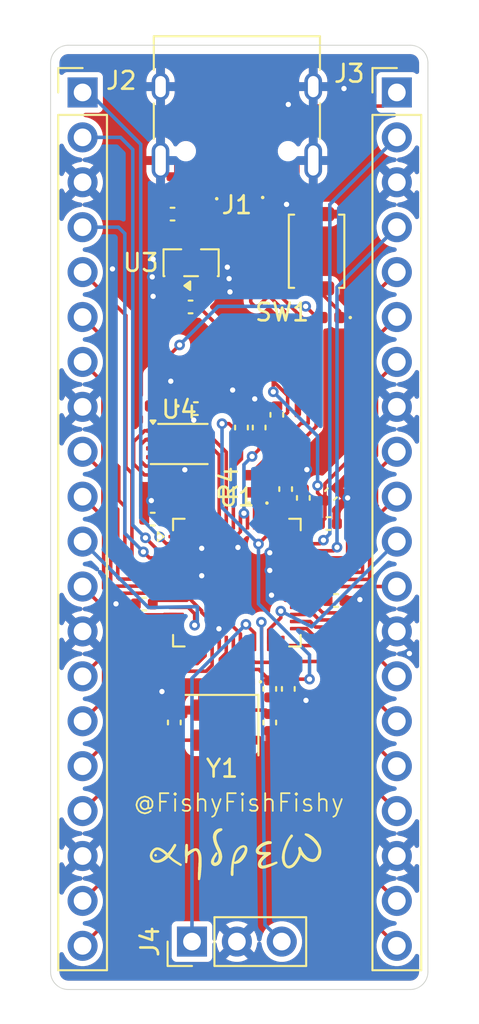
<source format=kicad_pcb>
(kicad_pcb (version 20241229) (generator "pcbnew") (generator_version "9.0")
  (layers (0 "F.Cu" signal) (2 "B.Cu" signal) (13 "F.Paste" user) (15 "B.Paste" user) (5 "F.SilkS" user "F.Silkscreen") (7 "B.SilkS" user "B.Silkscreen") (1 "F.Mask" user) (3 "B.Mask" user) (25 "Edge.Cuts" user))
  (net 0 "")
  (net 1 "+3V3")
  (net 2 "GND")
  (net 3 "+1V1")
  (net 4 "VBUS")
  (net 5 "XIN")
  (net 6 "Net-(C16-Pad2)")
  (net 7 "USBD+")
  (net 8 "Net-(J1-CC1)")
  (net 9 "USBD-")
  (net 10 "Net-(J1-CC2)")
  (net 11 "GPIO7")
  (net 12 "GPIO15")
  (net 13 "GPIO0")
  (net 14 "GPIO6")
  (net 15 "GPIO4")
  (net 16 "GPIO13")
  (net 17 "GPIO2")
  (net 18 "GPIO14")
  (net 19 "GPIO5")
  (net 20 "GPIO9")
  (net 21 "GPIO10")
  (net 22 "GPIO11")
  (net 23 "GPIO1")
  (net 24 "GPIO8")
  (net 25 "GPIO3")
  (net 26 "GPIO12")
  (net 27 "GPIO24")
  (net 28 "GPIO18")
  (net 29 "GPIO26{slash}ADC0")
  (net 30 "GPIO20")
  (net 31 "GPIO28{slash}ADC2")
  (net 32 "GPIO19")
  (net 33 "GPIO23")
  (net 34 "GPIO29{slash}ADC3")
  (net 35 "GPIO27{slash}ADC1")
  (net 36 "GPIO17")
  (net 37 "GPIO22")
  (net 38 "GPIO21")
  (net 39 "GPIO16")
  (net 40 "RUN")
  (net 41 "SWDIO")
  (net 42 "SWCLK")
  (net 43 "Net-(U1-USB_DM)")
  (net 44 "Net-(U1-USB_DP)")
  (net 45 "XOUT")
  (net 46 "QSPI_SS")
  (net 47 "Net-(R6-Pad1)")
  (net 48 "QSPI_SCLK")
  (net 49 "QSPI_SD0")
  (net 50 "QSPI_SD3")
  (net 52 "QSPI_SD2")
  (net 53 "QSPI_SD1")
  (footprint "Diode_SMD:D_0402_1005Metric" (layer "F.Cu") (at 129.7 33.97 -90)
    (property "Reference" "R2" (hide yes))
    (property "Value" "5.1k")
  )
  (footprint "Connector_PinHeader_2.54mm:PinHeader_1x20_P2.54mm_Vertical" (layer "F.Cu") (at 122.11 26.87)
    (property "Reference" "J2")
    (property "Value" "Conn_01x20")
  )
  (footprint "Diode_SMD:D_0402_1005Metric" (layer "F.Cu") (at 132.54 49 90)
    (property "Reference" "R3" (hide yes))
    (property "Value" "27")
  )
  (footprint "Capacitor_SMD:C_0402_1005Metric" (layer "F.Cu") (at 127.3 62.5 -90)
    (property "Reference" "C15" (hide yes))
    (property "Value" "33pF")
  )
  (footprint "Connector_PinHeader_2.54mm:PinHeader_1x20_P2.54mm_Vertical" (layer "F.Cu") (at 139.89 26.87)
    (property "Reference" "J3")
    (property "Value" "Conn_01x20")
  )
  (footprint "Capacitor_SMD:C_0402_1005Metric" (layer "F.Cu") (at 134.6 49.8 90)
    (property "Reference" "C5" (hide yes))
    (property "Value" "+0.1uF")
  )
  (footprint "Capacitor_SMD:C_0402_1005Metric" (layer "F.Cu") (at 133.6 49.3 90)
    (property "Reference" "C11" (hide yes))
    (property "Value" "+0.1uF")
  )
  (footprint "Crystal:Crystal_SMD_3225-4Pin_3.2x2.5mm" (layer "F.Cu") (at 130 62.65 180)
    (property "Reference" "Y1")
    (property "Value" "12 MHz")
  )
  (footprint "Capacitor_SMD:C_0402_1005Metric" (layer "F.Cu") (at 132.7 62.5 90)
    (property "Reference" "C16" (hide yes))
    (property "Value" "33pF")
  )
  (footprint "Capacitor_SMD:C_0402_1005Metric" (layer "F.Cu") (at 126.08 51 180)
    (property "Reference" "C9" (hide yes))
    (property "Value" "+0.1uF")
  )
  (footprint "Connector_USB:USB_C_Receptacle_HRO_TYPE-C-31-M-12" (layer "F.Cu") (at 130.84 27.59 180)
    (property "Reference" "J1")
    (property "Value" "USB_C_Receptacle_USB2.0_14P")
  )
  (footprint "Capacitor_SMD:C_0402_1005Metric" (layer "F.Cu") (at 125.6 55.8 180)
    (property "Reference" "C7" (hide yes))
    (property "Value" "+0.1uF")
  )
  (footprint "Capacitor_SMD:C_0402_1005Metric" (layer "F.Cu") (at 132.7 60.6 -90)
    (property "Reference" "C1" (hide yes))
    (property "Value" "+1uF")
  )
  (footprint "Diode_SMD:D_0402_1005Metric" (layer "F.Cu") (at 136.165 39.6 180)
    (property "Reference" "R6" (hide yes))
    (property "Value" "1k")
  )
  (footprint "Capacitor_SMD:C_0402_1005Metric" (layer "F.Cu") (at 132.1 45.82 90)
    (property "Reference" "C8" (hide yes))
    (property "Value" "+0.1uF")
  )
  (footprint "Diode_SMD:D_0402_1005Metric" (layer "F.Cu") (at 132.3 33.9 -90)
    (property "Reference" "R1" (hide yes))
    (property "Value" "5.1k")
  )
  (footprint "Diode_SMD:D_0402_1005Metric" (layer "F.Cu") (at 126.415 44.6 180)
    (property "Reference" "R7" (hide yes))
    (property "Value" "10k")
  )
  (footprint "Button_Switch_SMD:SW_Push_SPST_NO_Alps_SKRK" (layer "F.Cu") (at 135.35 35.85 -90)
    (property "Reference" "SW1")
    (property "Value" "SW_Push")
  )
  (footprint "Package_DFN_QFN:QFN-56-1EP_7x7mm_P0.4mm_EP3.2x3.2mm" (layer "F.Cu") (at 130.84 54.59)
    (property "Reference" "U1")
    (property "Value" "RP2040")
  )
  (footprint "Capacitor_SMD:C_0402_1005Metric" (layer "F.Cu") (at 128.52 44.75 180)
    (property "Reference" "C17" (hide yes))
    (property "Value" "0.1uF")
  )
  (footprint "Capacitor_SMD:C_0402_1005Metric" (layer "F.Cu") (at 133.1 45.1 90)
    (property "Reference" "C2" (hide yes))
    (property "Value" "+0.1uF")
  )
  (footprint "Capacitor_SMD:C_0402_1005Metric" (layer "F.Cu") (at 136.02 51.25)
    (property "Reference" "C4" (hide yes))
    (property "Value" "+0.1uF")
  )
  (footprint "Connector_PinHeader_2.54mm:PinHeader_1x03_P2.54mm_Vertical" (layer "F.Cu") (at 128.3 74.89 90)
    (property "Reference" "J4")
    (property "Value" "Conn_01x03")
  )
  (footprint "Capacitor_SMD:C_0402_1005Metric" (layer "F.Cu") (at 131.1 45.82 90)
    (property "Reference" "C12" (hide yes))
    (property "Value" "+0.1uF")
  )
  (footprint "Capacitor_SMD:C_0402_1005Metric" (layer "F.Cu") (at 133.75 60.6 -90)
    (property "Reference" "C10" (hide yes))
    (property "Value" "+1uF")
  )
  (footprint "Package_TO_SOT_SMD:SOT-23" (layer "F.Cu") (at 128.25 36.5 90)
    (property "Reference" "U3")
    (property "Value" "MCP1700x-330xxTT")
  )
  (footprint "Diode_SMD:D_0402_1005Metric" (layer "F.Cu") (at 131.54 49 90)
    (property "Reference" "R4")
    (property "Value" "27")
  )
  (footprint "Diode_SMD:D_0402_1005Metric" (layer "F.Cu") (at 131.085 60.2 180)
    (property "Reference" "R5" (hide yes))
    (property "Value" "1k")
  )
  (footprint "Package_SON:Winbond_USON-8-1EP_3x2mm_P0.5mm_EP0.2x1.6mm" (layer "F.Cu") (at 127.575 46.75)
    (property "Reference" "U4")
    (property "Value" "W25Q16JVSS")
  )
  (footprint "symbols:PCB_Signature" (layer "F.Cu") (at 130.794519 69.935836)
    (property "Reference" "G***" (hide yes))
    (property "Value" "LOGO" (hide yes))
  )
  (footprint "Capacitor_SMD:C_0402_1005Metric" (layer "F.Cu") (at 136.160589 49.589411 45)
    (property "Reference" "C3" (hide yes))
    (property "Value" "+0.1uF")
  )
  (footprint "Capacitor_SMD:C_0402_1005Metric" (layer "F.Cu") (at 136.45 55.6)
    (property "Reference" "C6" (hide yes))
    (property "Value" "+0.1uF")
  )
  (footprint "Capacitor_SMD:C_0402_1005Metric" (layer "F.Cu") (at 128.22 39 180)
    (property "Reference" "C14" (hide yes))
    (property "Value" "10uF")
  )
  (footprint "Capacitor_SMD:C_0402_1005Metric" (layer "F.Cu") (at 127.2 33.75 180)
    (property "Reference" "C13" (hide yes))
    (property "Value" "10uF")
  )
  (gr_arc (start 140.65 24.2) (mid 141.357107 24.492893) (end 141.65 25.2) (stroke (width 0.05)) (layer "Edge.Cuts"))
  (gr_line (start 120.3 76.6) (end 120.3 25.2) (stroke (width 0.05)) (layer "Edge.Cuts"))
  (gr_arc (start 141.65 76.6) (mid 141.357107 77.307107) (end 140.65 77.6) (stroke (width 0.05)) (layer "Edge.Cuts"))
  (gr_line (start 121.3 24.2) (end 140.65 24.2) (stroke (width 0.05)) (layer "Edge.Cuts"))
  (gr_line (start 140.65 77.6) (end 121.3 77.6) (stroke (width 0.05)) (layer "Edge.Cuts"))
  (gr_arc (start 120.3 25.2) (mid 120.592893 24.492893) (end 121.3 24.2) (stroke (width 0.05)) (layer "Edge.Cuts"))
  (gr_arc (start 121.3 77.6) (mid 120.592893 77.307107) (end 120.3 76.6) (stroke (width 0.05)) (layer "Edge.Cuts"))
  (gr_line (start 141.65 25.2) (end 141.65 76.6) (stroke (width 0.05)) (layer "Edge.Cuts"))
  (gr_text "@FishyFishFishy" (at 124.9 67.625223 0) (layer "F.SilkS") (effects (font (size 1 1) (thickness 0.1)) (justify left bottom)))
  (segment (start 129.125 56.55) (end 128.851 56.276) (width 0.2) (layer "F.Cu") (net 1))
  (segment (start 131.04 50.867325) (end 131.24 50.667325) (width 0.2) (layer "F.Cu") (net 1))
  (segment (start 128.851 56.1839) (end 128.1671 55.5) (width 0.2) (layer "F.Cu") (net 1))
  (segment (start 131.04 59.499) (end 131.041 59.5) (width 0.2) (layer "F.Cu") (net 1))
  (segment (start 135.71 55.59) (end 135.72 55.6) (width 0.2) (layer "F.Cu") (net 1))
  (segment (start 131.04 58.0275) (end 131.04 57.489943) (width 0.2) (layer "F.Cu") (net 1))
  (segment (start 137.91045 39.00955) (end 137.91045 46.91045) (width 0.2) (layer "F.Cu") (net 1))
  (segment (start 128.369 43.989) (end 127.511 43.989) (width 0.2) (layer "F.Cu") (net 1))
  (segment (start 132.448362 60.12) (end 132.7 60.12) (width 0.2) (layer "F.Cu") (net 1))
  (segment (start 134.2775 55.59) (end 135.96 55.59) (width 0.2) (layer "F.Cu") (net 1))
  (segment (start 132.1 46.3) (end 132.38 46.3) (width 0.2) (layer "F.Cu") (net 1))
  (segment (start 139.89 37.03) (end 137.91045 39.00955) (width 0.2) (layer "F.Cu") (net 1))
  (segment (start 132.08 59.5) (end 131.041 59.5) (width 0.2) (layer "F.Cu") (net 1))
  (segment (start 127.4025 51.8425) (end 126.56 51) (width 0.2) (layer "F.Cu") (net 1))
  (segment (start 133.7 52) (end 133.711 51.989) (width 0.2) (layer "F.Cu") (net 1))
  (segment (start 133.5 52) (end 133.7 52) (width 0.2) (layer "F.Cu") (net 1))
  (segment (start 129 44.75) (end 129 44.62) (width 0.2) (layer "F.Cu") (net 1))
  (segment (start 129 44.75) (end 130.450057 44.75) (width 0.2) (layer "F.Cu") (net 1))
  (segment (start 132.1 46.3) (end 132.1 47.054478) (width 0.2) (layer "F.Cu") (net 1))
  (segment (start 128.1671 55.5) (end 128.1 55.5) (width 0.2) (layer "F.Cu") (net 1))
  (segment (start 128.1 55.5) (end 128.2 55.4) (width 0.2) (layer "F.Cu") (net 1))
  (segment (start 132.9 43.3) (end 132.9 43.8) (width 0.2) (layer "F.Cu") (net 1))
  (segment (start 133.59 55.59) (end 133.5 55.5) (width 0.2) (layer "F.Cu") (net 1))
  (segment (start 134.6 50.28) (end 133.7275 51.1525) (width 0.2) (layer "F.Cu") (net 1))
  (segment (start 134.951178 49.928822) (end 134.6 50.28) (width 0.2) (layer "F.Cu") (net 1))
  (segment (start 128.01 55.59) (end 128.1 55.5) (width 0.2) (layer "F.Cu") (net 1))
  (segment (start 131.44 51.1525) (end 131.44 50.867325) (width 0.2) (layer "F.Cu") (net 1))
  (segment (start 128.2 51.99) (end 127.4025 51.99) (width 0.2) (layer "F.Cu") (net 1))
  (segment (start 131.44 50.867325) (end 131.24 50.667325) (width 0.2) (layer "F.Cu") (net 1))
  (segment (start 132.8 43.1) (end 132.95 43.25) (width 0.2) (layer "F.Cu") (net 1))
  (segment (start 133.5 55.5) (end 133.5 52) (width 0.2) (layer "F.Cu") (net 1))
  (segment (start 137.91045 46.91045) (end 135.821178 48.999722) (width 0.2) (layer "F.Cu") (net 1))
  (segment (start 133.711 44.011) (end 133.711 44.969) (width 0.2) (layer "F.Cu") (net 1))
  (segment (start 132.38 46.3) (end 133.1 45.58) (width 0.2) (layer "F.Cu") (net 1))
  (segment (start 132.7 60.12) (end 132.08 59.5) (width 0.2) (layer "F.Cu") (net 1))
  (segment (start 129.2 37.4375) (end 129.2 38.5) (width 0.2) (layer "F.Cu") (net 1))
  (segment (start 126.56 51) (end 126.56 51.1475) (width 0.2) (layer "F.Cu") (net 1))
  (segment (start 130.450057 44.75) (end 132.100057 43.1) (width 0.2) (layer "F.Cu") (net 1))
  (segment (start 135.821178 48.999722) (end 135.821178 49.928822) (width 0.2) (layer "F.Cu") (net 1))
  (segment (start 133.711 51.989) (end 134.2775 51.989) (width 0.2) (layer "F.Cu") (net 1))
  (segment (start 129 44.75) (end 129 46) (width 0.2) (layer "F.Cu") (net 1))
  (segment (start 128.7 39) (end 132.8 43.1) (width 0.2) (layer "F.Cu") (net 1))
  (segment (start 128.851 56.276) (end 128.851 56.1839) (width 0.2) (layer "F.Cu") (net 1))
  (segment (start 135.821178 49.928822) (end 135.821178 50.968822) (width 0.2) (layer "F.Cu") (net 1))
  (segment (start 127.4025 51.99) (end 127.4025 51.8425) (width 0.2) (layer "F.Cu") (net 1))
  (segment (start 127.4025 55.59) (end 126.29 55.59) (width 0.2) (layer "F.Cu") (net 1))
  (segment (start 133.711 44.969) (end 133.1 45.58) (width 0.2) (layer "F.Cu") (net 1))
  (segment (start 128.2 55.4) (end 128.2 51.99) (width 0.2) (layer "F.Cu") (net 1))
  (segment (start 129.2375 37.4) (end 129.2 37.4375) (width 0.2) (layer "F.Cu") (net 1))
  (segment (start 131.04 58.0275) (end 131.04 57.49) (width 0.2) (layer "F.Cu") (net 1))
  (segment (start 135.821178 50.968822) (end 135.54 51.25) (width 0.2) (layer "F.Cu") (net 1))
  (segment (start 131.04 51.1525) (end 131.04 50.867325) (width 0.2) (layer "F.Cu") (net 1))
  (segment (start 135.96 55.59) (end 135.97 55.6) (width 0.2) (layer "F.Cu") (net 1))
  (segment (start 131.04 51.1525) (end 131.04 51.710057) (width 0.2) (layer "F.Cu") (net 1))
  (segment (start 129.2 38.5) (end 128.7 39) (width 0.2) (layer "F.Cu") (net 1))
  (segment (start 135.0175 51.25) (end 134.2775 51.99) (width 0.2) (layer "F.Cu") (net 1))
  (segment (start 135.40551 49.09936) (end 135.40551 49.513154) (width 0.2) (layer "F.Cu") (net 1))
  (segment (start 132.95 43.25) (end 132.9 43.3) (width 0.2) (layer "F.Cu") (net 1))
  (segment (start 130.125 56.55) (end 129.125 56.55) (width 0.2) (layer "F.Cu") (net 1))
  (segment (start 135.40551 49.513154) (end 135.821178 49.928822) (width 0.2) (layer "F.Cu") (net 1))
  (segment (start 129 44.62) (end 128.369 43.989) (width 0.2) (layer "F.Cu") (net 1))
  (segment (start 131.04 57.49) (end 130.125 56.575) (width 0.2) (layer "F.Cu") (net 1))
  (segment (start 130.125 56.575) (end 130.125 56.55) (width 0.2) (layer "F.Cu") (net 1))
  (segment (start 132.1 47.054478) (end 131.7 47.454478) (width 0.2) (layer "F.Cu") (net 1))
  (segment (start 127.4025 55.59) (end 128.01 55.59) (width 0.2) (layer "F.Cu") (net 1))
  (segment (start 132.95 43.25) (end 133.711 44.011) (width 0.2) (layer "F.Cu") (net 1))
  (segment (start 135.821178 49.928822) (end 134.951178 49.928822) (width 0.2) (layer "F.Cu") (net 1))
  (segment (start 131.04 58.0275) (end 131.04 59.499) (width 0.2) (layer "F.Cu") (net 1))
  (segment (start 127.511 43.989) (end 126.9 44.6) (width 0.2) (layer "F.Cu") (net 1))
  (segment (start 126.29 55.59) (end 126.08 55.8) (width 0.2) (layer "F.Cu") (net 1))
  (segment (start 134.2775 55.59) (end 133.59 55.59) (width 0.2) (layer "F.Cu") (net 1))
  (segment (start 132.100057 43.1) (end 132.8 43.1) (width 0.2) (layer "F.Cu") (net 1))
  (segment (start 130.760057 51.99) (end 128.2 51.99) (width 0.2) (layer "F.Cu") (net 1))
  (segment (start 133.7275 51.1525) (end 133.041 51.1525) (width 0.2) (layer "F.Cu") (net 1))
  (segment (start 135.54 51.25) (end 135.0175 51.25) (width 0.2) (layer "F.Cu") (net 1))
  (segment (start 131.04 51.710057) (end 130.760057 51.99) (width 0.2) (layer "F.Cu") (net 1))
  (via (at 132.9 43.8) (size 0.6) (drill 0.3) (layers "F.Cu" "B.Cu") (net 1))
  (via (at 135.40551 49.09936) (size 0.6) (drill 0.3) (layers "F.Cu" "B.Cu") (net 1))
  (via (at 131.24 50.667325) (size 0.6) (drill 0.3) (layers "F.Cu" "B.Cu") (net 1))
  (via (at 131.7 47.454478) (size 0.6) (drill 0.3) (layers "F.Cu" "B.Cu") (net 1))
  (segment (start 131.24 47.914478) (end 131.24 50.667325) (width 0.2) (layer "B.Cu") (net 1))
  (segment (start 135.40551 46.30551) (end 135.40551 49.09936) (width 0.2) (layer "B.Cu") (net 1))
  (segment (start 131.7 47.454478) (end 131.24 47.914478) (width 0.2) (layer "B.Cu") (net 1))
  (segment (start 132.9 43.8) (end 135.40551 46.30551) (width 0.2) (layer "B.Cu") (net 1))
  (segment (start 134.6 48.4) (end 134.8 48.2) (width 0.2) (layer "F.Cu") (net 2))
  (segment (start 126.15 47.5) (end 126.823 47.5) (width 0.2) (layer "F.Cu") (net 2))
  (segment (start 124.04 55.75) (end 124 55.79) (width 0.2) (layer "F.Cu") (net 2))
  (segment (start 126.823 47.5) (end 127.531274 48.208274) (width 0.2) (layer "F.Cu") (net 2))
  (segment (start 134.09 32.76) (end 133.65 33.2) (width 0.2) (layer "F.Cu") (net 2))
  (segment (start 133.1 44.62) (end 132.82 44.62) (width 0.2) (layer "F.Cu") (net 2))
  (segment (start 125.12 55.8) (end 124.01 55.8) (width 0.2) (layer "F.Cu") (net 2))
  (segment (start 132.82 44.62) (end 132.1 45.34) (width 0.2) (layer "F.Cu") (net 2))
  (segment (start 132.27 44.62) (end 131.85 44.2) (width 0.2) (layer "F.Cu") (net 2))
  (segment (start 133.75 61.08) (end 134.58 61.08) (width 0.2) (layer "F.Cu") (net 2))
  (segment (start 128.9 61.8) (end 127.52 61.8) (width 0.2) (layer "F.Cu") (net 2))
  (segment (start 125.6 51) (end 125.6 50.35) (width 0.2) (layer "F.Cu") (net 2))
  (segment (start 132.7 61.08) (end 133.75 61.08) (width 0.2) (layer "F.Cu") (net 2))
  (segment (start 134.8 48.2) (end 134.55 47.95) (width 0.2) (layer "F.Cu") (net 2))
  (segment (start 133.1 44.62) (end 132.27 44.62) (width 0.2) (layer "F.Cu") (net 2))
  (segment (start 128.04 44.75) (end 128.04 45.04) (width 0.2) (layer "F.Cu") (net 2))
  (segment (start 136.5 50.406) (end 137.106 49.8) (width 0.2) (layer "F.Cu") (net 2))
  (segment (start 134.55 47.95) (end 133.95 47.95) (width 0.2) (layer "F.Cu") (net 2))
  (segment (start 133.6 48.3) (end 133.95 47.95) (width 0.2) (layer "F.Cu") (net 2))
  (segment (start 134.09 31.635) (end 134.09 32.76) (width 0.2) (layer "F.Cu") (net 2))
  (segment (start 134.6 49.32) (end 134.6 48.4) (width 0.2) (layer "F.Cu") (net 2))
  (segment (start 127.52 61.8) (end 127.3 62.02) (width 0.2) (layer "F.Cu") (net 2))
  (segment (start 127.531274 48.208274) (end 127.893947 48.208274) (width 0.2) (layer "F.Cu") (net 2))
  (segment (start 136.93 55.6) (end 137.75 55.6) (width 0.2) (layer "F.Cu") (net 2))
  (segment (start 124.01 55.8) (end 124 55.79) (width 0.2) (layer "F.Cu") (net 2))
  (segment (start 136.5 51.25) (end 136.5 50.406) (width 0.2) (layer "F.Cu") (net 2))
  (segment (start 129.825 57.2) (end 129.84 57.44) (width 0.2) (layer "F.Cu") (net 2))
  (segment (start 137.1 49.8) (end 137.106 49.8) (width 0.2) (layer "F.Cu") (net 2))
  (segment (start 131.1 45.34) (end 132.1 45.34) (width 0.2) (layer "F.Cu") (net 2))
  (segment (start 134.58 61.08) (end 134.75 61.25) (width 0.2) (layer "F.Cu") (net 2))
  (segment (start 124 55.75) (end 124 55.79) (width 0.2) (layer "F.Cu") (net 2))
  (segment (start 129.84 57.44) (end 129.84 58.0275) (width 0.2) (layer "F.Cu") (net 2))
  (segment (start 130.55 43.7) (end 130.6 43.7) (width 0.2) (layer "F.Cu") (net 2))
  (segment (start 137.75 55.6) (end 137.8 55.55) (width 0.2) (layer "F.Cu") (net 2))
  (segment (start 125.6 50.35) (end 126 49.95) (width 0.2) (layer "F.Cu") (net 2))
  (segment (start 128.04 45.04) (end 128.4 45.4) (width 0.2) (layer "F.Cu") (net 2))
  (segment (start 133.6 48.82) (end 133.6 48.3) (width 0.2) (layer "F.Cu") (net 2))
  (via (at 132.8 55.3) (size 0.6) (drill 0.3) (layers "F.Cu" "B.Cu") (net 2))
  (via (at 137.8 55.55) (size 0.6) (drill 0.3) (layers "F.Cu" "B.Cu") (net 2))
  (via (at 127.893947 48.208274) (size 0.6) (drill 0.3) (layers "F.Cu" "B.Cu") (net 2))
  (via (at 128.85 52.65) (size 0.6) (drill 0.3) (layers "F.Cu" "B.Cu") (net 2))
  (via (at 126 49.95) (size 0.6) (drill 0.3) (layers "F.Cu" "B.Cu") (net 2))
  (via (at 130.4 37.4) (size 0.6) (drill 0.3) (layers "F.Cu" "B.Cu") (net 2))
  (via (at 127.1 43.2) (size 0.6) (drill 0.3) (layers "F.Cu" "B.Cu") (net 2))
  (via (at 133.75 27.55) (size 0.6) (drill 0.3) (layers "F.Cu" "B.Cu") (net 2))
  (via (at 136.9 26.65) (size 0.6) (drill 0.3) (layers "F.Cu" "B.Cu") (net 2))
  (via (at 132.7 53.9) (size 0.6) (drill 0.3) (layers "F.Cu" "B.Cu") (net 2))
  (via (at 132.7 52.9) (size 0.6) (drill 0.3) (layers "F.Cu" "B.Cu") (net 2))
  (via (at 131.85 44.2) (size 0.6) (drill 0.3) (layers "F.Cu" "B.Cu") (net 2))
  (via (at 126.05 37.3) (size 0.6) (drill 0.3) (layers "F.Cu" "B.Cu") (net 2))
  (via (at 137.106 49.8) (size 0.6) (drill 0.3) (layers "F.Cu" "B.Cu") (net 2))
  (via (at 128.85 54.2) (size 0.6) (drill 0.3) (layers "F.Cu" "B.Cu") (net 2))
  (via (at 130.3 36.75) (size 0.6) (drill 0.3) (layers "F.Cu" "B.Cu") (net 2))
  (via (at 134.75 61.25) (size 0.6) (drill 0.3) (layers "F.Cu" "B.Cu") (net 2))
  (via (at 140.6 58.6) (size 0.6) (drill 0.3) (layers "F.Cu" "B.Cu") (net 2))
  (via (at 133.65 33.2) (size 0.6) (drill 0.3) (layers "F.Cu" "B.Cu") (net 2))
  (via (at 130.45 38.15) (size 0.6) (drill 0.3) (layers "F.Cu" "B.Cu") (net 2))
  (via (at 130.6 43.7) (size 0.6) (drill 0.3) (layers "F.Cu" "B.Cu") (net 2))
  (via (at 128.4 45.4) (size 0.6) (drill 0.3) (layers "F.Cu" "B.Cu") (net 2))
  (via (at 123.8 36.85) (size 0.6) (drill 0.3) (layers "F.Cu" "B.Cu") (net 2))
  (via (at 130.9 52.6) (size 0.6) (drill 0.3) (layers "F.Cu" "B.Cu") (net 2))
  (via (at 126.1 36.3) (size 0.6) (drill 0.3) (layers "F.Cu" "B.Cu") (net 2))
  (via (at 126.6 60.75) (size 0.6) (drill 0.3) (layers "F.Cu" "B.Cu") (net 2))
  (via (at 134.8 48.2) (size 0.6) (drill 0.3) (layers "F.Cu" "B.Cu") (net 2))
  (via (at 124 55.79) (size 0.6) (drill 0.3) (layers "F.Cu" "B.Cu") (net 2))
  (via (at 126.1 38.4) (size 0.6) (drill 0.3) (layers "F.Cu" "B.Cu") (net 2))
  (via (at 129.825 57.2) (size 0.6) (drill 0.3) (layers "F.Cu" "B.Cu") (net 2))
  (segment (start 133.22 49.78) (end 133.6 49.78) (width 0.2) (layer "F.Cu") (net 3))
  (segment (start 131.44 58.0275) (end 131.44 58.69) (width 0.2) (layer "F.Cu") (net 3))
  (segment (start 131.1 47.6) (end 131.1 46.3) (width 0.2) (layer "F.Cu") (net 3))
  (segment (start 132.64 50.36) (end 133.22 49.78) (width 0.2) (layer "F.Cu") (net 3))
  (segment (start 132.64 51.1525) (end 132.64 50.36) (width 0.2) (layer "F.Cu") (net 3))
  (segment (start 130.64 51.1525) (end 130.64 48.06) (width 0.2) (layer "F.Cu") (net 3))
  (segment (start 132.64 51.1525) (end 132.64 51.8277) (width 0.2) (layer "F.Cu") (net 3))
  (segment (start 133.82 60.05) (end 133.75 60.12) (width 0.2) (layer "F.Cu") (net 3))
  (segment (start 134.95 60.05) (end 133.82 60.05) (width 0.2) (layer "F.Cu") (net 3))
  (segment (start 132.64 51.8277) (end 132.063372 52.404328) (width 0.2) (layer "F.Cu") (net 3))
  (segment (start 130.64 48.06) (end 131.1 47.6) (width 0.2) (layer "F.Cu") (net 3))
  (segment (start 131.849 59.099) (end 132.729 59.099) (width 0.2) (layer "F.Cu") (net 3))
  (segment (start 132.729 59.099) (end 133.75 60.12) (width 0.2) (layer "F.Cu") (net 3))
  (segment (start 130.4 45.6) (end 131.1 46.3) (width 0.2) (layer "F.Cu") (net 3))
  (segment (start 131.44 58.69) (end 131.849 59.099) (width 0.2) (layer "F.Cu") (net 3))
  (segment (start 130 45.6) (end 130.4 45.6) (width 0.2) (layer "F.Cu") (net 3))
  (via (at 134.95 60.05) (size 0.6) (drill 0.3) (layers "F.Cu" "B.Cu") (net 3))
  (via (at 132.063372 52.404328) (size 0.6) (drill 0.3) (layers "F.Cu" "B.Cu") (net 3))
  (via (at 130 45.6) (size 0.6) (drill 0.3) (layers "F.Cu" "B.Cu") (net 3))
  (segment (start 130 50.340956) (end 130 45.6) (width 0.2) (layer "B.Cu") (net 3))
  (segment (start 132.063372 55.788315) (end 134.95 58.674943) (width 0.2) (layer "B.Cu") (net 3))
  (segment (start 132.063372 52.404328) (end 130 50.340956) (width 0.2) (layer "B.Cu") (net 3))
  (segment (start 134.95 58.674943) (end 134.95 60.05) (width 0.2) (layer "B.Cu") (net 3))
  (segment (start 132.063372 52.404328) (end 132.063372 55.788315) (width 0.2) (layer "B.Cu") (net 3))
  (segment (start 135.322992 27.641) (end 133.054 29.909992) (width 0.2) (layer "F.Cu") (net 4))
  (segment (start 139.89 26.87) (end 139.119 27.641) (width 0.2) (layer "F.Cu") (net 4))
  (segment (start 127.68 33.75) (end 127.68 34.9925) (width 0.2) (layer "F.Cu") (net 4))
  (segment (start 128.39 33.04) (end 128.39 31.635) (width 0.2) (layer "F.Cu") (net 4))
  (segment (start 127.68 33.75) (end 128.39 33.04) (width 0.2) (layer "F.Cu") (net 4))
  (segment (start 133.054 29.909992) (end 133.054 31.399) (width 0.2) (layer "F.Cu") (net 4))
  (segment (start 139.119 27.641) (end 135.322992 27.641) (width 0.2) (layer "F.Cu") (net 4))
  (segment (start 133.054 31.399) (end 133.29 31.635) (width 0.2) (layer "F.Cu") (net 4))
  (segment (start 128.39 30.71) (end 128.39 31.635) (width 0.2) (layer "F.Cu") (net 4))
  (segment (start 133.054 29.909992) (end 129.190008 29.909992) (width 0.2) (layer "F.Cu") (net 4))
  (segment (start 129.190008 29.909992) (end 128.39 30.71) (width 0.2) (layer "F.Cu") (net 4))
  (segment (start 127.68 34.9925) (end 128.25 35.5625) (width 0.2) (layer "F.Cu") (net 4))
  (segment (start 128.9 63.5) (end 129.904 62.496) (width 0.2) (layer "F.Cu") (net 5))
  (segment (start 127.82 63.5) (end 127.3 62.98) (width 0.2) (layer "F.Cu") (net 5))
  (segment (start 129.904 62.496) (end 129.904 58.898774) (width 0.2) (layer "F.Cu") (net 5))
  (segment (start 129.904 58.898774) (end 130.24 58.562774) (width 0.2) (layer "F.Cu") (net 5))
  (segment (start 130.24 58.562774) (end 130.24 58.0275) (width 0.2) (layer "F.Cu") (net 5))
  (segment (start 128.9 63.5) (end 127.82 63.5) (width 0.2) (layer "F.Cu") (net 5))
  (segment (start 131.1 61.8) (end 131.1 60.67) (width 0.2) (layer "F.Cu") (net 6))
  (segment (start 131.1 60.67) (end 131.57 60.2) (width 0.2) (layer "F.Cu") (net 6))
  (segment (start 132.48 61.8) (end 132.7 62.02) (width 0.2) (layer "F.Cu") (net 6))
  (segment (start 131.1 61.8) (end 132.48 61.8) (width 0.2) (layer "F.Cu") (net 6))
  (segment (start 131.09 31.635) (end 131.09 32.612) (width 0.2) (layer "F.Cu") (net 7))
  (segment (start 132.474436 38.532046) (end 132.114543 38.891936) (width 0.2) (layer "F.Cu") (net 7))
  (segment (start 131.654098 37.372296) (end 131.115 36.833198) (width 0.2) (layer "F.Cu") (net 7))
  (segment (start 131.09 32.722501) (end 131.09 31.635) (width 0.2) (layer "F.Cu") (net 7))
  (segment (start 131.54 48.515) (end 134.475 45.58) (width 0.2) (layer "F.Cu") (net 7))
  (segment (start 134.875 40.593198) (end 132.813848 38.532046) (width 0.2) (layer "F.Cu") (net 7))
  (segment (start 131.115 32.747501) (end 131.09 32.722501) (width 0.2) (layer "F.Cu") (net 7))
  (segment (start 132.05017 37.768368) (end 131.965319 37.683517) (width 0.2) (layer "F.Cu") (net 7))
  (segment (start 131.965319 37.683517) (end 131.654098 37.372296) (width 0.2) (layer "F.Cu") (net 7))
  (segment (start 131.115 36.833198) (end 131.115 32.747501) (width 0.2) (layer "F.Cu") (net 7))
  (segment (start 131.041 32.661) (end 130.139 32.661) (width 0.2) (layer "F.Cu") (net 7))
  (segment (start 131.775131 38.891936) (end 131.690278 38.807083) (width 0.2) (layer "F.Cu") (net 7))
  (segment (start 131.690278 38.467671) (end 132.05017 38.10778) (width 0.2) (layer "F.Cu") (net 7))
  (segment (start 134.475 45.58) (end 134.875 45.58) (width 0.2) (layer "F.Cu") (net 7))
  (segment (start 134.875 45.58) (end 134.875 40.593198) (width 0.2) (layer "F.Cu") (net 7))
  (segment (start 130.09 32.612) (end 130.09 31.635) (width 0.2) (layer "F.Cu") (net 7))
  (segment (start 130.139 32.661) (end 130.09 32.612) (width 0.2) (layer "F.Cu") (net 7))
  (arc (start 131.690278 38.807083) (mid 131.619984 38.637378) (end 131.690278 38.467671) (width 0.2) (layer "F.Cu") (net 7))
  (arc (start 132.813848 38.532046) (mid 132.644141 38.46175) (end 132.474436 38.532046) (width 0.2) (layer "F.Cu") (net 7))
  (arc (start 132.05017 38.10778) (mid 132.120464 37.938073) (end 132.05017 37.768368) (width 0.2) (layer "F.Cu") (net 7))
  (arc (start 132.114543 38.891936) (mid 131.944838 38.962232) (end 131.775131 38.891936) (width 0.2) (layer "F.Cu") (net 7))
  (segment (start 132.3 33.415) (end 132.09 33.205) (width 0.2) (layer "F.Cu") (net 8))
  (segment (start 132.09 33.205) (end 132.09 31.635) (width 0.2) (layer "F.Cu") (net 8))
  (segment (start 131.541 30.609) (end 130.641 30.609) (width 0.2) (layer "F.Cu") (net 9))
  (segment (start 131.565 32.747501) (end 131.59 32.722501) (width 0.2) (layer "F.Cu") (net 9))
  (segment (start 135.325 43.768598) (end 135.325 43.174664) (width 0.2) (layer "F.Cu") (net 9))
  (segment (start 130.641 30.609) (end 130.59 30.66) (width 0.2) (layer "F.Cu") (net 9))
  (segment (start 131.565 36.646802) (end 131.565 32.747501) (width 0.2) (layer "F.Cu") (net 9))
  (segment (start 135.325 40.406802) (end 131.565 36.646802) (width 0.2) (layer "F.Cu") (net 9))
  (segment (start 131.59 31.635) (end 131.59 30.658) (width 0.2) (layer "F.Cu") (net 9))
  (segment (start 134.39345 46.689) (end 134.402397 46.689) (width 0.2) (layer "F.Cu") (net 9))
  (segment (start 135.325 45.766397) (end 135.325 43.768598) (width 0.2) (layer "F.Cu") (net 9))
  (segment (start 130.59 30.66) (end 130.59 31.635) (width 0.2) (layer "F.Cu") (net 9))
  (segment (start 132.54 48.515) (end 132.576397 48.515) (width 0.2) (layer "F.Cu") (net 9))
  (segment (start 132.576397 48.515) (end 134.402397 46.689) (width 0.2) (layer "F.Cu") (net 9))
  (segment (start 134.402397 46.689) (end 135.325 45.766397) (width 0.2) (layer "F.Cu") (net 9))
  (segment (start 131.59 32.722501) (end 131.59 31.635) (width 0.2) (layer "F.Cu") (net 9))
  (segment (start 131.59 30.658) (end 131.541 30.609) (width 0.2) (layer "F.Cu") (net 9))
  (segment (start 135.325 43.174664) (end 135.325 40.406802) (width 0.2) (layer "F.Cu") (net 9))
  (segment (start 129.7 33.485) (end 129.09 32.875) (width 0.2) (layer "F.Cu") (net 10))
  (segment (start 129.09 32.875) (end 129.09 31.635) (width 0.2) (layer "F.Cu") (net 10))
  (segment (start 127.4025 55.19) (end 123.59 55.19) (width 0.2) (layer "F.Cu") (net 11))
  (segment (start 123.3 50.92) (end 122.11 49.73) (width 0.2) (layer "F.Cu") (net 11))
  (segment (start 123.3 54.9) (end 123.3 50.92) (width 0.2) (layer "F.Cu") (net 11))
  (segment (start 123.59 55.19) (end 123.3 54.9) (width 0.2) (layer "F.Cu") (net 11))
  (segment (start 125.2 60) (end 125.2 72.04) (width 0.2) (layer "F.Cu") (net 12))
  (segment (start 129.44 59.26) (end 129.1 59.6) (width 0.2) (layer "F.Cu") (net 12))
  (segment (start 129.1 59.6) (end 125.6 59.6) (width 0.2) (layer "F.Cu") (net 12))
  (segment (start 125.2 72.04) (end 122.11 75.13) (width 0.2) (layer "F.Cu") (net 12))
  (segment (start 129.44 58.0275) (end 129.44 59.26) (width 0.2) (layer "F.Cu") (net 12))
  (segment (start 125.6 59.6) (end 125.2 60) (width 0.2) (layer "F.Cu") (net 12))
  (segment (start 127.4025 52.39) (end 126.851041 52.39) (width 0.2) (layer "F.Cu") (net 13))
  (segment (start 126.851041 52.39) (end 126.465 52.003959) (width 0.2) (layer "F.Cu") (net 13))
  (via (at 126.465 52.003959) (size 0.6) (drill 0.3) (layers "F.Cu" "B.Cu") (net 13))
  (segment (start 126.465 52.003959) (end 125.4 50.938959) (width 0.2) (layer "B.Cu") (net 13))
  (segment (start 125.4 50.938959) (end 125.4 29.8) (width 0.2) (layer "B.Cu") (net 13))
  (segment (start 125.4 29.8) (end 122.47 26.87) (width 0.2) (layer "B.Cu") (net 13))
  (segment (start 122.47 26.87) (end 122.11 26.87) (width 0.2) (layer "B.Cu") (net 13))
  (segment (start 122.11 47.19) (end 123.261 48.341) (width 0.2) (layer "F.Cu") (net 14))
  (segment (start 123.261 50.3139) (end 123.7 50.7529) (width 0.2) (layer "F.Cu") (net 14))
  (segment (start 123.7 54.7) (end 123.79 54.79) (width 0.2) (layer "F.Cu") (net 14))
  (segment (start 123.261 48.341) (end 123.261 50.3139) (width 0.2) (layer "F.Cu") (net 14))
  (segment (start 123.79 54.79) (end 127.4025 54.79) (width 0.2) (layer "F.Cu") (net 14))
  (segment (start 123.7 50.7529) (end 123.7 54.7) (width 0.2) (layer "F.Cu") (net 14))
  (segment (start 124.501 53.801) (end 124.501 50.2839) (width 0.2) (layer "F.Cu") (net 15))
  (segment (start 124.69 53.99) (end 124.501 53.801) (width 0.2) (layer "F.Cu") (net 15))
  (segment (start 127.4025 53.99) (end 124.69 53.99) (width 0.2) (layer "F.Cu") (net 15))
  (segment (start 123.662 41.122) (end 122.11 39.57) (width 0.2) (layer "F.Cu") (net 15))
  (segment (start 123.662 47.5449) (end 123.662 41.122) (width 0.2) (layer "F.Cu") (net 15))
  (segment (start 124.15855 49.94145) (end 124.15855 48.04145) (width 0.2) (layer "F.Cu") (net 15))
  (segment (start 124.501 50.2839) (end 124.15855 49.94145) (width 0.2) (layer "F.Cu") (net 15))
  (segment (start 124.15855 48.04145) (end 123.662 47.5449) (width 0.2) (layer "F.Cu") (net 15))
  (segment (start 124.2 59.8) (end 124.2 65.42) (width 0.2) (layer "F.Cu") (net 16))
  (segment (start 128.64 58.0275) (end 128.64 58.562774) (width 0.2) (layer "F.Cu") (net 16))
  (segment (start 124.2 65.42) (end 122.11 67.51) (width 0.2) (layer "F.Cu") (net 16))
  (segment (start 125.234 58.766) (end 124.2 59.8) (width 0.2) (layer "F.Cu") (net 16))
  (segment (start 128.64 58.562774) (end 128.436774 58.766) (width 0.2) (layer "F.Cu") (net 16))
  (segment (start 128.436774 58.766) (end 125.234 58.766) (width 0.2) (layer "F.Cu") (net 16))
  (segment (start 125.89 53.19) (end 125.55 52.85) (width 0.2) (layer "F.Cu") (net 17))
  (segment (start 127.4025 53.19) (end 125.89 53.19) (width 0.2) (layer "F.Cu") (net 17))
  (via (at 125.55 52.85) (size 0.6) (drill 0.3) (layers "F.Cu" "B.Cu") (net 17))
  (segment (start 122.11 34.49) (end 124.14 34.49) (width 0.2) (layer "B.Cu") (net 17))
  (segment (start 125.55 52.85) (end 124.5 51.8) (width 0.2) (layer "B.Cu") (net 17))
  (segment (start 124.5 51.8) (end 124.5 34.85) (width 0.2) (layer "B.Cu") (net 17))
  (segment (start 124.14 34.49) (end 124.5 34.85) (width 0.2) (layer "B.Cu") (net 17))
  (segment (start 124.68355 70.01645) (end 124.68355 59.88355) (width 0.2) (layer "F.Cu") (net 18))
  (segment (start 125.4001 59.167) (end 128.602874 59.167) (width 0.2) (layer "F.Cu") (net 18))
  (segment (start 122.11 72.59) (end 124.68355 70.01645) (width 0.2) (layer "F.Cu") (net 18))
  (segment (start 129.04 58.0275) (end 129.04 58.729874) (width 0.2) (layer "F.Cu") (net 18))
  (segment (start 129.04 58.729874) (end 128.602874 59.167) (width 0.2) (layer "F.Cu") (net 18))
  (segment (start 124.68355 59.88355) (end 125.4001 59.167) (width 0.2) (layer "F.Cu") (net 18))
  (segment (start 123.261 47.711) (end 123.7 48.15) (width 0.2) (layer "F.Cu") (net 19))
  (segment (start 124.19 54.39) (end 124.1 54.3) (width 0.2) (layer "F.Cu") (net 19))
  (segment (start 123.7 48.15) (end 123.7 50.05) (width 0.2) (layer "F.Cu") (net 19))
  (segment (start 123.7 50.05) (end 124.1 50.45) (width 0.2) (layer "F.Cu") (net 19))
  (segment (start 123.261 47.711) (end 123.261 43.261) (width 0.2) (layer "F.Cu") (net 19))
  (segment (start 123.261 43.261) (end 122.11 42.11) (width 0.2) (layer "F.Cu") (net 19))
  (segment (start 124.1 50.45) (end 124.1 54.3) (width 0.2) (layer "F.Cu") (net 19))
  (segment (start 127.4025 54.39) (end 124.19 54.39) (width 0.2) (layer "F.Cu") (net 19))
  (segment (start 126.74 56.39) (end 126.719 56.411) (width 0.2) (layer "F.Cu") (net 20))
  (segment (start 127.4025 56.39) (end 126.74 56.39) (width 0.2) (layer "F.Cu") (net 20))
  (segment (start 123.711 56.411) (end 122.11 54.81) (width 0.2) (layer "F.Cu") (net 20))
  (segment (start 126.719 56.411) (end 123.711 56.411) (width 0.2) (layer "F.Cu") (net 20))
  (segment (start 125 57) (end 122.11 59.89) (width 0.2) (layer "F.Cu") (net 21))
  (segment (start 127.4025 56.79) (end 126.86 56.79) (width 0.2) (layer "F.Cu") (net 21))
  (segment (start 126.86 56.79) (end 126.65 57) (width 0.2) (layer "F.Cu") (net 21))
  (segment (start 126.65 57) (end 125 57) (width 0.2) (layer "F.Cu") (net 21))
  (segment (start 127.4025 57.19) (end 127.26 57.19) (width 0.2) (layer "F.Cu") (net 22))
  (segment (start 123.3 61.24) (end 122.11 62.43) (width 0.2) (layer "F.Cu") (net 22))
  (segment (start 124.9735 57.6265) (end 123.3 59.3) (width 0.2) (layer "F.Cu") (net 22))
  (segment (start 126.8235 57.6265) (end 124.9735 57.6265) (width 0.2) (layer "F.Cu") (net 22))
  (segment (start 123.3 59.3) (end 123.3 61.24) (width 0.2) (layer "F.Cu") (net 22))
  (segment (start 127.26 57.19) (end 126.8235 57.6265) (width 0.2) (layer "F.Cu") (net 22))
  (segment (start 127.4025 52.79) (end 126.401284 52.79) (width 0.2) (layer "F.Cu") (net 23))
  (segment (start 126.401284 52.79) (end 125.666651 52.055367) (width 0.2) (layer "F.Cu") (net 23))
  (via (at 125.666651 52.055367) (size 0.6) (drill 0.3) (layers "F.Cu" "B.Cu") (net 23))
  (segment (start 125.666651 52.055367) (end 124.95 51.338716) (width 0.2) (layer "B.Cu") (net 23))
  (segment (start 122.11 29.41) (end 124.26 29.41) (width 0.2) (layer "B.Cu") (net 23))
  (segment (start 124.26 29.41) (end 124.95 30.1) (width 0.2) (layer "B.Cu") (net 23))
  (segment (start 124.95 51.338716) (end 124.95 30.1) (width 0.2) (layer "B.Cu") (net 23))
  (segment (start 128.45 56.35) (end 128.09 55.99) (width 0.2) (layer "F.Cu") (net 24))
  (segment (start 128.45 57) (end 128.45 56.35) (width 0.2) (layer "F.Cu") (net 24))
  (segment (start 128.09 55.99) (end 127.4025 55.99) (width 0.2) (layer "F.Cu") (net 24))
  (via (at 128.45 57) (size 0.6) (drill 0.3) (layers "F.Cu" "B.Cu") (net 24))
  (segment (start 128.6 55.95) (end 128.6 56.85) (width 0.2) (layer "B.Cu") (net 24))
  (segment (start 128.6 56.85) (end 128.45 57) (width 0.2) (layer "B.Cu") (net 24))
  (segment (start 125.84 56) (end 122.11 52.27) (width 0.2) (layer "B.Cu") (net 24))
  (segment (start 128.6 55.95) (end 125.84 56) (width 0.2) (layer "B.Cu") (net 24))
  (segment (start 127.4025 53.59) (end 125.04 53.59) (width 0.2) (layer "F.Cu") (net 25))
  (segment (start 124.55955 39.47955) (end 122.11 37.03) (width 0.2) (layer "F.Cu") (net 25))
  (segment (start 124.902 48.402) (end 124.55955 48.05955) (width 0.2) (layer "F.Cu") (net 25))
  (segment (start 124.902 53.452) (end 124.902 48.402) (width 0.2) (layer "F.Cu") (net 25))
  (segment (start 124.55955 48.05955) (end 124.55955 39.47955) (width 0.2) (layer "F.Cu") (net 25))
  (segment (start 125.04 53.59) (end 124.902 53.452) (width 0.2) (layer "F.Cu") (net 25))
  (segment (start 125.2 58.1) (end 125.3 58.1) (width 0.2) (layer "F.Cu") (net 26))
  (segment (start 123.8 63.28) (end 123.8 59.5) (width 0.2) (layer "F.Cu") (net 26))
  (segment (start 123.8 59.5) (end 125.2 58.1) (width 0.2) (layer "F.Cu") (net 26))
  (segment (start 122.11 64.97) (end 123.8 63.28) (width 0.2) (layer "F.Cu") (net 26))
  (segment (start 125.3725 58.0275) (end 128.24 58.0275) (width 0.2) (layer "F.Cu") (net 26))
  (segment (start 125.3 58.1) (end 125.3725 58.0275) (width 0.2) (layer "F.Cu") (net 26))
  (segment (start 137.949 51.1039) (end 138.79257 50.26033) (width 0.2) (layer "F.Cu") (net 27))
  (segment (start 138.79257 50.26033) (end 138.739 50.20676) (width 0.2) (layer "F.Cu") (net 27))
  (segment (start 134.2775 54.39) (end 134.89 54.39) (width 0.2) (layer "F.Cu") (net 27))
  (segment (start 137.949 54.008) (end 137.949 51.1039) (width 0.2) (layer "F.Cu") (net 27))
  (segment (start 138.739 50.20676) (end 138.739 48.341) (width 0.2) (layer "F.Cu") (net 27))
  (segment (start 135.272 54.008) (end 137.949 54.008) (width 0.2) (layer "F.Cu") (net 27))
  (segment (start 134.89 54.39) (end 135.272 54.008) (width 0.2) (layer "F.Cu") (net 27))
  (segment (start 138.739 48.341) (end 139.89 47.19) (width 0.2) (layer "F.Cu") (net 27))
  (segment (start 134.2775 57.19) (end 134.79 57.19) (width 0.2) (layer "F.Cu") (net 28))
  (segment (start 137.048 57.796) (end 137.048 64.668) (width 0.2) (layer "F.Cu") (net 28))
  (segment (start 134.79 57.19) (end 135.298 57.698) (width 0.2) (layer "F.Cu") (net 28))
  (segment (start 135.298 57.698) (end 136.95 57.698) (width 0.2) (layer "F.Cu") (net 28))
  (segment (start 136.95 57.698) (end 137.048 57.796) (width 0.2) (layer "F.Cu") (net 28))
  (segment (start 137.048 64.668) (end 139.89 67.51) (width 0.2) (layer "F.Cu") (net 28))
  (segment (start 138.338 47.801) (end 138.739 47.4) (width 0.2) (layer "F.Cu") (net 29))
  (segment (start 134.2775 53.59) (end 135.09755 53.59) (width 0.2) (layer "F.Cu") (net 29))
  (segment (start 138.739 47.4) (end 138.739 43.261) (width 0.2) (layer "F.Cu") (net 29))
  (segment (start 137.548 50.9378) (end 138.338 50.1478) (width 0.2) (layer "F.Cu") (net 29))
  (segment (start 135.11455 53.607) (end 137.548 53.607) (width 0.2) (layer "F.Cu") (net 29))
  (segment (start 138.739 43.261) (end 139.89 42.11) (width 0.2) (layer "F.Cu") (net 29))
  (segment (start 137.548 53.607) (end 137.548 50.9378) (width 0.2) (layer "F.Cu") (net 29))
  (segment (start 138.338 50.1478) (end 138.338 47.801) (width 0.2) (layer "F.Cu") (net 29))
  (segment (start 135.09755 53.59) (end 135.11455 53.607) (width 0.2) (layer "F.Cu") (net 29))
  (segment (start 135.19 56.39) (end 135.501 56.701) (width 0.2) (layer "F.Cu") (net 30))
  (segment (start 137.85 56.701) (end 137.85 60.39) (width 0.2) (layer "F.Cu") (net 30))
  (segment (start 137.85 60.39) (end 139.89 62.43) (width 0.2) (layer "F.Cu") (net 30))
  (segment (start 134.2775 56.39) (end 135.19 56.39) (width 0.2) (layer "F.Cu") (net 30))
  (segment (start 135.501 56.701) (end 137.85 56.701) (width 0.2) (layer "F.Cu") (net 30))
  (segment (start 136.306 52.79) (end 134.2775 52.79) (width 0.2) (layer "F.Cu") (net 31))
  (segment (start 136.506 52.59) (end 136.306 52.79) (width 0.2) (layer "F.Cu") (net 31))
  (via (at 136.506 52.59) (size 0.6) (drill 0.3) (layers "F.Cu" "B.Cu") (net 31))
  (segment (start 139.89 34.49) (end 136.506 37.874) (width 0.2) (layer "B.Cu") (net 31))
  (segment (start 136.506 37.874) (end 136.506 52.59) (width 0.2) (layer "B.Cu") (net 31))
  (segment (start 137.449 62.529) (end 139.89 64.97) (width 0.2) (layer "F.Cu") (net 32))
  (segment (start 134.2775 56.79) (end 134.99 56.79) (width 0.2) (layer "F.Cu") (net 32))
  (segment (start 134.99 56.79) (end 135.302 57.102) (width 0.2) (layer "F.Cu") (net 32))
  (segment (start 135.302 57.102) (end 137.449 57.102) (width 0.2) (layer "F.Cu") (net 32))
  (segment (start 137.449 57.102) (end 137.449 62.529) (width 0.2) (layer "F.Cu") (net 32))
  (segment (start 138.35 54.409) (end 138.35 51.27) (width 0.2) (layer "F.Cu") (net 33))
  (segment (start 134.2775 54.79) (end 135.1429 54.79) (width 0.2) (layer "F.Cu") (net 33))
  (segment (start 138.35 51.27) (end 139.89 49.73) (width 0.2) (layer "F.Cu") (net 33))
  (segment (start 135.5239 54.409) (end 138.35 54.409) (width 0.2) (layer "F.Cu") (net 33))
  (segment (start 135.1429 54.79) (end 135.5239 54.409) (width 0.2) (layer "F.Cu") (net 33))
  (segment (start 135.537579 52.39) (end 135.737579 52.19) (width 0.2) (layer "F.Cu") (net 34))
  (segment (start 134.2775 52.39) (end 135.537579 52.39) (width 0.2) (layer "F.Cu") (net 34))
  (via (at 135.737579 52.19) (size 0.6) (drill 0.3) (layers "F.Cu" "B.Cu") (net 34))
  (segment (start 139.89 29.41) (end 136.098659 33.201341) (width 0.2) (layer "B.Cu") (net 34))
  (segment (start 136.098659 51.82892) (end 135.737579 52.19) (width 0.2) (layer "B.Cu") (net 34))
  (segment (start 136.098659 33.201341) (end 136.098659 51.82892) (width 0.2) (layer "B.Cu") (net 34))
  (segment (start 137.106 53.206) (end 137.106 50.731) (width 0.2) (layer "F.Cu") (net 35))
  (segment (start 137.106 50.731) (end 137.937 49.9) (width 0.2) (layer "F.Cu") (net 35))
  (segment (start 138.338 47.05) (end 138.338 41.122) (width 0.2) (layer "F.Cu") (net 35))
  (segment (start 138.338 41.122) (end 139.89 39.57) (width 0.2) (layer "F.Cu") (net 35))
  (segment (start 134.2775 53.19) (end 137.09 53.19) (width 0.2) (layer "F.Cu") (net 35))
  (segment (start 137.09 53.19) (end 137.106 53.206) (width 0.2) (layer "F.Cu") (net 35))
  (segment (start 137.937 49.9) (end 137.937 47.451) (width 0.2) (layer "F.Cu") (net 35))
  (segment (start 137.937 47.451) (end 138.338 47.05) (width 0.2) (layer "F.Cu") (net 35))
  (segment (start 136.6 58.15) (end 133.5625 58.15) (width 0.2) (layer "F.Cu") (net 36))
  (segment (start 136.6 69.3) (end 136.6 58.15) (width 0.2) (layer "F.Cu") (net 36))
  (segment (start 133.5625 58.15) (end 133.44 58.0275) (width 0.2) (layer "F.Cu") (net 36))
  (segment (start 139.89 72.59) (end 136.6 69.3) (width 0.2) (layer "F.Cu") (net 36))
  (segment (start 135.31 55.19) (end 135.69 54.81) (width 0.2) (layer "F.Cu") (net 37))
  (segment (start 134.2775 55.19) (end 135.31 55.19) (width 0.2) (layer "F.Cu") (net 37))
  (segment (start 135.69 54.81) (end 139.89 54.81) (width 0.2) (layer "F.Cu") (net 37))
  (segment (start 138.3 56.55) (end 138.3 58.3) (width 0.2) (layer "F.Cu") (net 38))
  (segment (start 134.2775 55.99) (end 135.39 55.99) (width 0.2) (layer "F.Cu") (net 38))
  (segment (start 135.7 56.3) (end 138.05 56.3) (width 0.2) (layer "F.Cu") (net 38))
  (segment (start 138.3 58.3) (end 139.89 59.89) (width 0.2) (layer "F.Cu") (net 38))
  (segment (start 135.39 55.99) (end 135.7 56.3) (width 0.2) (layer "F.Cu") (net 38))
  (segment (start 138.05 56.3) (end 138.3 56.55) (width 0.2) (layer "F.Cu") (net 38))
  (segment (start 133.339 59.05) (end 136.15 59.05) (width 0.2) (layer "F.Cu") (net 39))
  (segment (start 133.04 58.751) (end 133.339 59.05) (width 0.2) (layer "F.Cu") (net 39))
  (segment (start 133.04 58.0275) (end 133.04 58.751) (width 0.2) (layer "F.Cu") (net 39))
  (segment (start 139.89 75.13) (end 136.15 71.39) (width 0.2) (layer "F.Cu") (net 39))
  (segment (start 136.15 71.39) (end 136.15 59.05) (width 0.2) (layer "F.Cu") (net 39))
  (segment (start 132.64 57.259943) (end 132.64 58.0275) (width 0.2) (layer "F.Cu") (net 40))
  (segment (start 133.325 56.2) (end 133.325 56.574943) (width 0.2) (layer "F.Cu") (net 40))
  (segment (start 133.325 56.574943) (end 132.64 57.259943) (width 0.2) (layer "F.Cu") (net 40))
  (via (at 133.325 56.2) (size 0.6) (drill 0.3) (layers "F.Cu" "B.Cu") (net 40))
  (segment (start 133.325 56.2) (end 135.07064 57.08936) (width 0.2) (layer "B.Cu") (net 40))
  (segment (start 135.07064 57.08936) (end 139.89 52.27) (width 0.2) (layer "B.Cu") (net 40))
  (segment (start 132.24 57.011488) (end 132.24 58.0275) (width 0.2) (layer "F.Cu") (net 41))
  (segment (start 132.225 56.825) (end 132.24 57.011488) (width 0.2) (layer "F.Cu") (net 41))
  (via (at 132.225 56.825) (size 0.6) (drill 0.3) (layers "F.Cu" "B.Cu") (net 41))
  (segment (start 132.428465 73.938465) (end 133.38 74.89) (width 0.2) (layer "B.Cu") (net 41))
  (segment (start 132.225 56.825) (end 132.428465 73.938465) (width 0.2) (layer "B.Cu") (net 41))
  (segment (start 131.84 57.44) (end 131.35 56.95) (width 0.2) (layer "F.Cu") (net 42))
  (segment (start 131.84 58.0275) (end 131.84 57.44) (width 0.2) (layer "F.Cu") (net 42))
  (via (at 131.35 56.95) (size 0.6) (drill 0.3) (layers "F.Cu" "B.Cu") (net 42))
  (segment (start 128.3 60) (end 131.35 56.95) (width 0.2) (layer "B.Cu") (net 42))
  (segment (start 128.3 74.89) (end 128.3 60) (width 0.2) (layer "B.Cu") (net 42))
  (segment (start 132.24 51.1525) (end 132.24 49.785) (width 0.2) (layer "F.Cu") (net 43))
  (segment (start 132.24 49.785) (end 132.54 49.485) (width 0.2) (layer "F.Cu") (net 43))
  (segment (start 131.84 51.1525) (end 131.84 49.785) (width 0.2) (layer "F.Cu") (net 44))
  (segment (start 131.84 49.785) (end 131.54 49.485) (width 0.2) (layer "F.Cu") (net 44))
  (segment (start 130.64 58.0275) (end 130.64 60.16) (width 0.2) (layer "F.Cu") (net 45))
  (segment (start 130.64 60.16) (end 130.6 60.2) (width 0.2) (layer "F.Cu") (net 45))
  (segment (start 125.93 44.6) (end 125.93 45.78) (width 0.2) (layer "F.Cu") (net 46))
  (segment (start 128.24 50.49) (end 126.25 48.5) (width 0.2) (layer "F.Cu") (net 46))
  (segment (start 128.24 51.1525) (end 128.24 50.49) (width 0.2) (layer "F.Cu") (net 46))
  (segment (start 125.93 42.82) (end 127.6 41.15) (width 0.2) (layer "F.Cu") (net 46))
  (segment (start 125.93 44.6) (end 125.93 42.82) (width 0.2) (layer "F.Cu") (net 46))
  (segment (start 135.366728 39.6) (end 134.733364 38.966636) (width 0.2) (layer "F.Cu") (net 46))
  (segment (start 125.617102 46) (end 126.15 46) (width 0.2) (layer "F.Cu") (net 46))
  (segment (start 125.93 45.78) (end 126.15 46) (width 0.2) (layer "F.Cu") (net 46))
  (segment (start 125.617102 48.5) (end 124.998 47.880898) (width 0.2) (layer "F.Cu") (net 46))
  (segment (start 135.68 39.6) (end 135.366728 39.6) (width 0.2) (layer "F.Cu") (net 46))
  (segment (start 124.998 46.619102) (end 125.617102 46) (width 0.2) (layer "F.Cu") (net 46))
  (segment (start 126.25 48.5) (end 125.617102 48.5) (width 0.2) (layer "F.Cu") (net 46))
  (segment (start 124.998 47.880898) (end 124.998 46.619102) (width 0.2) (layer "F.Cu") (net 46))
  (via (at 127.6 41.15) (size 0.6) (drill 0.3) (layers "F.Cu" "B.Cu") (net 46))
  (via (at 134.733364 38.966636) (size 0.6) (drill 0.3) (layers "F.Cu" "B.Cu") (net 46))
  (segment (start 129.783364 38.966636) (end 127.6 41.15) (width 0.2) (layer "B.Cu") (net 46))
  (segment (start 134.733364 38.966636) (end 129.783364 38.966636) (width 0.2) (layer "B.Cu") (net 46))
  (segment (start 136.65 39.25) (end 135.35 37.95) (width 0.2) (layer "F.Cu") (net 47))
  (segment (start 136.65 39.6) (end 136.65 39.25) (width 0.2) (layer "F.Cu") (net 47))
  (segment (start 129 47) (end 129.465798 47) (width 0.2) (layer "F.Cu") (net 48))
  (segment (start 129.465798 47) (end 129.84 47.374202) (width 0.2) (layer "F.Cu") (net 48))
  (segment (start 129.84 47.374202) (end 129.84 51.1525) (width 0.2) (layer "F.Cu") (net 48))
  (segment (start 129.44 51.1525) (end 129.44 47.94) (width 0.2) (layer "F.Cu") (net 49))
  (segment (start 129.44 47.94) (end 129 47.5) (width 0.2) (layer "F.Cu") (net 49))
  (segment (start 129.532898 46.5) (end 130.24 47.207102) (width 0.2) (layer "F.Cu") (net 50))
  (segment (start 130.24 47.207102) (end 130.24 51.1525) (width 0.2) (layer "F.Cu") (net 50))
  (segment (start 129 46.5) (end 129.532898 46.5) (width 0.2) (layer "F.Cu") (net 50))
  (segment (start 126.615798 47) (end 127.174 46.441798) (width 0.2) (layer "F.Cu") (net 52))
  (segment (start 128.249 47.714798) (end 128.640302 48.1061) (width 0.2) (layer "F.Cu") (net 52))
  (segment (start 127.174 46.441798) (end 127.174 45.826) (width 0.2) (layer "F.Cu") (net 52))
  (segment (start 129.039 49.789) (end 129.04 49.79) (width 0.2) (layer "F.Cu") (net 52))
  (segment (start 127.750057 45.6) (end 128.249 46.098943) (width 0.2) (layer "F.Cu") (net 52))
  (segment (start 127.174 45.826) (end 127.4 45.6) (width 0.2) (layer "F.Cu") (net 52))
  (segment (start 127.4 45.6) (end 127.750057 45.6) (width 0.2) (layer "F.Cu") (net 52))
  (segment (start 126.15 47) (end 126.615798 47) (width 0.2) (layer "F.Cu") (net 52))
  (segment (start 128.249 46.098943) (end 128.249 47.714798) (width 0.2) (layer "F.Cu") (net 52))
  (segment (start 128.640302 48.1061) (end 129.039 48.1061) (width 0.2) (layer "F.Cu") (net 52))
  (segment (start 129.04 51.1525) (end 129.04 49.79) (width 0.2) (layer "F.Cu") (net 52))
  (segment (start 129.039 48.1061) (end 129.039 49.789) (width 0.2) (layer "F.Cu") (net 52))
  (segment (start 126.5 48) (end 125.684202 48) (width 0.2) (layer "F.Cu") (net 53))
  (segment (start 125.684202 48) (end 125.399 47.714798) (width 0.2) (layer "F.Cu") (net 53))
  (segment (start 125.399 47.714798) (end 125.399 46.785202) (width 0.2) (layer "F.Cu") (net 53))
  (segment (start 125.399 46.785202) (end 125.684202 46.5) (width 0.2) (layer "F.Cu") (net 53))
  (segment (start 128.64 51.1525) (end 128.64 50.14) (width 0.2) (layer "F.Cu") (net 53))
  (segment (start 125.684202 46.5) (end 126.15 46.5) (width 0.2) (layer "F.Cu") (net 53))
  (segment (start 128.64 50.14) (end 126.5 48) (width 0.2) (layer "F.Cu") (net 53))
  (zone (net 2) (net_name "GND") (layers "F.Cu" "B.Cu") (connect_pads (clearance 0.3)) (min_thickness 0.25) (fill yes (thermal_gap 0.3) (thermal_bridge_width 0.5))
    (polygon (pts (xy 120.35 23.45) (xy 141.65 23.45) (xy 141.65 77.45) (xy 120.35 77.45)))
  )
)
</source>
